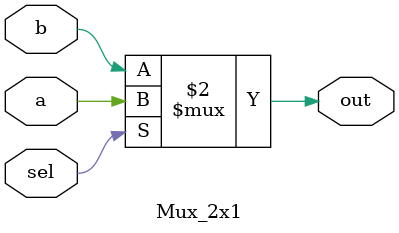
<source format=v>
/*******************************************************************
*
* Module: Mux_2x1.v
* Project: Pipelined-RISC-V Processor
* Author: @all
* Description: @inputs: a, b, sel
               @outputs: out
               @importance: selecting from two inputs based on sel
*
* Change history: No changes on the implementation done in the lab
*
**********************************************************************/

module Mux_2x1(
    input a, b,
    input sel,
    output out
);

    assign out = (sel == 1'b1)? a: b;

endmodule

</source>
